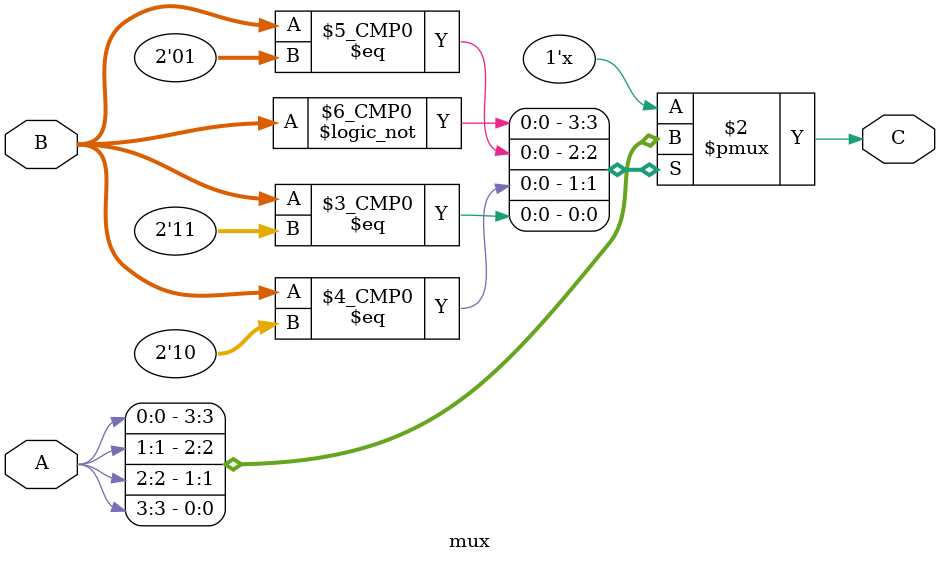
<source format=v>
module mux(
    output C,
    input [3:0] A,
    input [1:0] B   
    );
    reg C;
    
    always@(*)
    begin
    case(B)
    2'b00 : C= A[0];
    2'b01 : C= A[1];
    2'b10 : C= A[2];
    2'b11 : C= A[3];
 endcase
    end
endmodule
</source>
